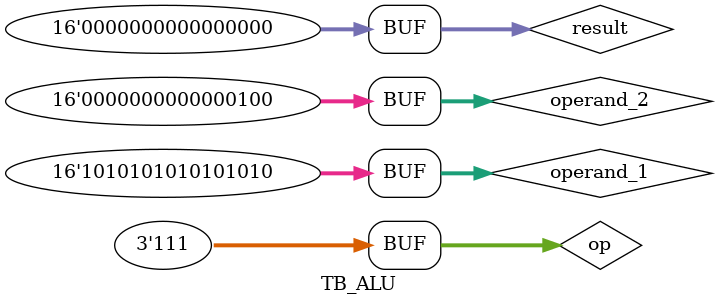
<source format=sv>
`timescale 1ns / 1ps

module TB_ALU;
    reg [2:0] op;
    reg [15:0] result;
    reg [15:0] operand_1;
    reg [15:0] operand_2;

    alu_bus bus(.op(op), .result(result), .operand_1(operand_1), .operand_2(operand_2));
    alu alu(bus);

    initial begin
        op <= 'b0;
        result <= 'b0;
        operand_1 <= 'b1;
        operand_2 <= 'b1;

        #10 op <= 'b1;
        if (bus.result != 'b10)
            $display("Add incorrect");

        #10 op <= 'b10;
        if (bus.result != 'b0)
            $display("Sub incorrect");

        #10 operand_1 <= 'b10;
            operand_2 = 'b10; 
            op <= 'b11;
        if (bus.result != 'b100)
            $display("Multiply incorrect");

        #10 operand_1 <= 'b100;
            operand_2 = 'b10;
            op <= 'b100;
        if (bus.result != 'b10)
            $display("Division incorrect");

        #10 operand_1 <= 'b101; 
            operand_2 = 'b100;
            op <= 'b101;
        if (bus.result != 'b100)
            $display("AND incorrect");

        #10 op <= 'b110;
        if (bus.result != 'b101)
            $display("OR incorrect");

        #10 operand_1 = 'hAAAA;
            op <= 'b111;
        if (bus.result != 'h5555)
            $display("NOT incorrect");
    end
endmodule

</source>
